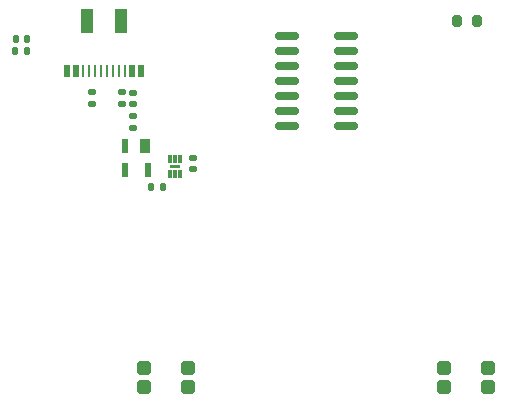
<source format=gbr>
%TF.GenerationSoftware,KiCad,Pcbnew,(6.0.0-rc2-14-ga17a58203b)*%
%TF.CreationDate,2022-02-14T14:16:27-08:00*%
%TF.ProjectId,muon,6d756f6e-2e6b-4696-9361-645f70636258,rev?*%
%TF.SameCoordinates,Original*%
%TF.FileFunction,Paste,Top*%
%TF.FilePolarity,Positive*%
%FSLAX46Y46*%
G04 Gerber Fmt 4.6, Leading zero omitted, Abs format (unit mm)*
G04 Created by KiCad (PCBNEW (6.0.0-rc2-14-ga17a58203b)) date 2022-02-14 14:16:27*
%MOMM*%
%LPD*%
G01*
G04 APERTURE LIST*
G04 Aperture macros list*
%AMRoundRect*
0 Rectangle with rounded corners*
0 $1 Rounding radius*
0 $2 $3 $4 $5 $6 $7 $8 $9 X,Y pos of 4 corners*
0 Add a 4 corners polygon primitive as box body*
4,1,4,$2,$3,$4,$5,$6,$7,$8,$9,$2,$3,0*
0 Add four circle primitives for the rounded corners*
1,1,$1+$1,$2,$3*
1,1,$1+$1,$4,$5*
1,1,$1+$1,$6,$7*
1,1,$1+$1,$8,$9*
0 Add four rect primitives between the rounded corners*
20,1,$1+$1,$2,$3,$4,$5,0*
20,1,$1+$1,$4,$5,$6,$7,0*
20,1,$1+$1,$6,$7,$8,$9,0*
20,1,$1+$1,$8,$9,$2,$3,0*%
G04 Aperture macros list end*
%ADD10C,0.010000*%
%ADD11RoundRect,0.147500X0.172500X-0.147500X0.172500X0.147500X-0.172500X0.147500X-0.172500X-0.147500X0*%
%ADD12RoundRect,0.135000X0.185000X-0.135000X0.185000X0.135000X-0.185000X0.135000X-0.185000X-0.135000X0*%
%ADD13RoundRect,0.200000X0.200000X0.275000X-0.200000X0.275000X-0.200000X-0.275000X0.200000X-0.275000X0*%
%ADD14R,1.000000X2.000000*%
%ADD15R,0.520000X1.000000*%
%ADD16R,0.270000X1.000000*%
%ADD17RoundRect,0.006000X-0.094000X0.319000X-0.094000X-0.319000X0.094000X-0.319000X0.094000X0.319000X0*%
%ADD18RoundRect,0.147500X-0.172500X0.147500X-0.172500X-0.147500X0.172500X-0.147500X0.172500X0.147500X0*%
%ADD19RoundRect,0.300000X-0.300000X-0.300000X0.300000X-0.300000X0.300000X0.300000X-0.300000X0.300000X0*%
%ADD20RoundRect,0.140000X0.140000X0.170000X-0.140000X0.170000X-0.140000X-0.170000X0.140000X-0.170000X0*%
%ADD21R,0.889000X1.168400*%
%ADD22R,0.482600X1.168400*%
%ADD23RoundRect,0.140000X-0.170000X0.140000X-0.170000X-0.140000X0.170000X-0.140000X0.170000X0.140000X0*%
%ADD24RoundRect,0.150000X0.825000X0.150000X-0.825000X0.150000X-0.825000X-0.150000X0.825000X-0.150000X0*%
%ADD25RoundRect,0.135000X0.135000X0.185000X-0.135000X0.185000X-0.135000X-0.185000X0.135000X-0.185000X0*%
G04 APERTURE END LIST*
D10*
%TO.C,U2*%
X143392000Y-72178000D02*
X143392000Y-72322000D01*
X143392000Y-72322000D02*
X142608000Y-72322000D01*
X142608000Y-72322000D02*
X142608000Y-72178000D01*
X142608000Y-72178000D02*
X143392000Y-72178000D01*
G36*
X143392000Y-72322000D02*
G01*
X142608000Y-72322000D01*
X142608000Y-72178000D01*
X143392000Y-72178000D01*
X143392000Y-72322000D01*
G37*
X143392000Y-72322000D02*
X142608000Y-72322000D01*
X142608000Y-72178000D01*
X143392000Y-72178000D01*
X143392000Y-72322000D01*
%TD*%
D11*
%TO.C,F1*%
X139500000Y-66985000D03*
X139500000Y-66015000D03*
%TD*%
D12*
%TO.C,R3*%
X138500000Y-67010000D03*
X138500000Y-65990000D03*
%TD*%
D13*
%TO.C,R1*%
X168575000Y-60000000D03*
X166925000Y-60000000D03*
%TD*%
D14*
%TO.C,J2*%
X135600000Y-59950000D03*
X138400000Y-59950000D03*
D15*
X140100000Y-64150000D03*
X139350000Y-64150000D03*
D16*
X138750000Y-64150000D03*
X137250000Y-64150000D03*
X136250000Y-64150000D03*
X135250000Y-64150000D03*
D15*
X134650000Y-64150000D03*
X133900000Y-64150000D03*
X133900000Y-64150000D03*
X134650000Y-64150000D03*
D16*
X135750000Y-64150000D03*
X136750000Y-64150000D03*
X137750000Y-64150000D03*
X138250000Y-64150000D03*
D15*
X139350000Y-64150000D03*
X140100000Y-64150000D03*
%TD*%
D17*
%TO.C,U2*%
X143400000Y-71625000D03*
X143000000Y-71625000D03*
X142600000Y-71625000D03*
X142600000Y-72875000D03*
X143000000Y-72875000D03*
X143400000Y-72875000D03*
%TD*%
D12*
%TO.C,R4*%
X136000000Y-67010000D03*
X136000000Y-65990000D03*
%TD*%
D18*
%TO.C,FB1*%
X139500000Y-68015000D03*
X139500000Y-68985000D03*
%TD*%
D19*
%TO.C,D3*%
X165790000Y-89370000D03*
X165790000Y-90970000D03*
X169490000Y-90970000D03*
X169490000Y-89370000D03*
%TD*%
D20*
%TO.C,C2*%
X141980000Y-74000000D03*
X141020000Y-74000000D03*
%TD*%
D21*
%TO.C,D1*%
X140500000Y-70500000D03*
D22*
X138803200Y-70500000D03*
X138803199Y-72532000D03*
X140703201Y-72532000D03*
%TD*%
D19*
%TO.C,D2*%
X140390000Y-89370000D03*
X140390000Y-90970000D03*
X144090000Y-90970000D03*
X144090000Y-89370000D03*
%TD*%
D23*
%TO.C,C3*%
X144500000Y-71520000D03*
X144500000Y-72480000D03*
%TD*%
D20*
%TO.C,C1*%
X130480000Y-61500000D03*
X129520000Y-61500000D03*
%TD*%
D24*
%TO.C,U1*%
X157475000Y-68810000D03*
X157475000Y-67540000D03*
X157475000Y-66270000D03*
X157475000Y-65000000D03*
X157475000Y-63730000D03*
X157475000Y-62460000D03*
X157475000Y-61190000D03*
X152525000Y-61190000D03*
X152525000Y-62460000D03*
X152525000Y-63730000D03*
X152525000Y-65000000D03*
X152525000Y-66270000D03*
X152525000Y-67540000D03*
X152525000Y-68810000D03*
%TD*%
D25*
%TO.C,R2*%
X130510000Y-62500000D03*
X129490000Y-62500000D03*
%TD*%
M02*

</source>
